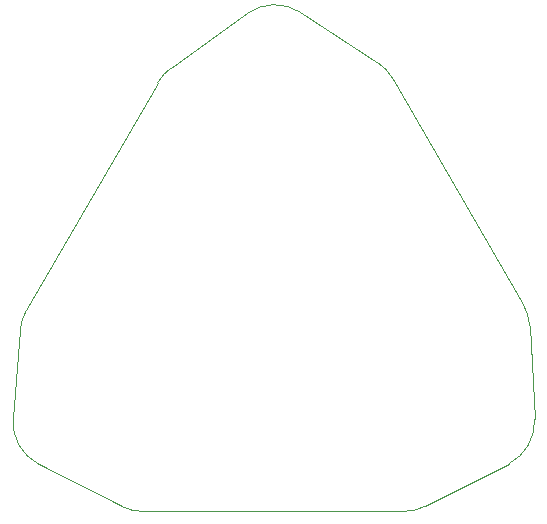
<source format=gko>
G04*
G04 #@! TF.GenerationSoftware,Altium Limited,Altium Designer,21.6.4 (81)*
G04*
G04 Layer_Color=16711935*
%FSLAX44Y44*%
%MOMM*%
G71*
G04*
G04 #@! TF.SameCoordinates,DF212875-D8BF-4E07-B13E-23ADC2DC1FEB*
G04*
G04*
G04 #@! TF.FilePolarity,Positive*
G04*
G01*
G75*
%ADD47C,0.0127*%
D47*
X581295Y1192540D02*
G03*
X603027Y1153644I39868J-3244D01*
G01*
X824512Y1536299D02*
G03*
X779417Y1535289I-21808J-33533D01*
G01*
X592616Y1284180D02*
G03*
X587388Y1267424I34641J-20000D01*
G01*
X715148Y1489270D02*
G03*
X703794Y1476748I23287J-32522D01*
G01*
X902821Y1480185D02*
G03*
X889987Y1493718I-34641J-20000D01*
G01*
X912031Y1113664D02*
G03*
X930167Y1118012I0J40000D01*
G01*
X1000934Y1154011D02*
G03*
X1022741Y1191783I-18136J35652D01*
G01*
X1018534Y1271068D02*
G03*
X1013231Y1288948I-39944J-2120D01*
G01*
X673073Y1118012D02*
G03*
X691209Y1113664I18136J35652D01*
G01*
X603027Y1153644D02*
X673073Y1118011D01*
X592616Y1284180D02*
X703794Y1476748D01*
X581295Y1192540D02*
X587388Y1267424D01*
X715148Y1489271D02*
X779417Y1535289D01*
X691209Y1113664D02*
X912031D01*
X824512Y1536299D02*
X889987Y1493718D01*
X930167Y1118011D02*
X1000934Y1154011D01*
X1018534Y1271068D02*
X1022742Y1191783D01*
X902821Y1480186D02*
X1013231Y1288948D01*
M02*

</source>
